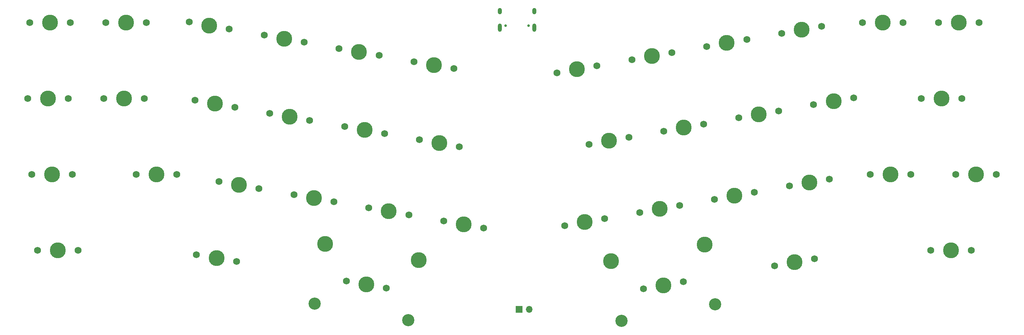
<source format=gbr>
%TF.GenerationSoftware,KiCad,Pcbnew,7.0.6*%
%TF.CreationDate,2024-02-24T13:08:40+01:00*%
%TF.ProjectId,Eliza,456c697a-612e-46b6-9963-61645f706362,rev?*%
%TF.SameCoordinates,Original*%
%TF.FileFunction,Soldermask,Top*%
%TF.FilePolarity,Negative*%
%FSLAX46Y46*%
G04 Gerber Fmt 4.6, Leading zero omitted, Abs format (unit mm)*
G04 Created by KiCad (PCBNEW 7.0.6) date 2024-02-24 13:08:40*
%MOMM*%
%LPD*%
G01*
G04 APERTURE LIST*
%ADD10C,3.987800*%
%ADD11C,1.750000*%
%ADD12C,3.048000*%
%ADD13R,1.700000X1.700000*%
%ADD14O,1.700000X1.700000*%
%ADD15C,0.650000*%
%ADD16O,1.000000X2.100000*%
%ADD17O,1.000000X1.600000*%
G04 APERTURE END LIST*
D10*
%TO.C,MX22*%
X232448653Y-90971880D03*
D11*
X227445830Y-91854013D03*
X237451476Y-90089747D03*
%TD*%
D10*
%TO.C,MX39*%
X189818106Y-137176549D03*
D12*
X202756406Y-141987933D03*
D11*
X184815283Y-138058682D03*
X194820929Y-136294416D03*
D12*
X179305671Y-146122930D03*
D10*
X200110008Y-126979462D03*
X176659273Y-131114460D03*
%TD*%
D11*
%TO.C,MX30*%
X165091769Y-122192593D03*
D10*
X170094592Y-121310460D03*
D11*
X175097415Y-120428327D03*
%TD*%
D10*
%TO.C,MX27*%
X102264250Y-115303523D03*
D11*
X107267073Y-116185656D03*
X97261427Y-114421390D03*
%TD*%
%TO.C,MX13*%
X30600431Y-90301443D03*
D10*
X35680431Y-90301443D03*
D11*
X40760431Y-90301443D03*
%TD*%
D10*
%TO.C,MX40*%
X222649136Y-131387554D03*
D11*
X217646313Y-132269687D03*
X227651959Y-130505421D03*
%TD*%
D10*
%TO.C,MX11*%
X244756485Y-71234792D03*
D11*
X239676485Y-71234792D03*
X249836485Y-71234792D03*
%TD*%
%TO.C,MX36*%
X43145733Y-128403843D03*
D10*
X38065733Y-128403843D03*
D11*
X32985733Y-128403843D03*
%TD*%
%TO.C,MX26*%
X78500839Y-111113392D03*
X88506485Y-112877658D03*
D10*
X83503662Y-111995525D03*
%TD*%
D11*
%TO.C,MX14*%
X59810434Y-90301442D03*
X49650434Y-90301442D03*
D10*
X54730434Y-90301442D03*
%TD*%
%TO.C,MX31*%
X188855183Y-118002461D03*
D11*
X193858006Y-117120328D03*
X183852360Y-118884594D03*
%TD*%
D10*
%TO.C,MX15*%
X77431366Y-91580942D03*
D11*
X72428543Y-90698809D03*
X82434189Y-92463075D03*
%TD*%
D10*
%TO.C,MX21*%
X213688063Y-94279877D03*
D11*
X218690886Y-93397744D03*
X208685240Y-95162010D03*
%TD*%
%TO.C,MX33*%
X231379180Y-110504334D03*
X221373534Y-112268600D03*
D10*
X226376357Y-111386467D03*
%TD*%
D11*
%TO.C,MX37*%
X72847771Y-129460481D03*
D10*
X77850594Y-130342614D03*
D11*
X82853417Y-131224747D03*
%TD*%
%TO.C,MX23*%
X264612932Y-90284793D03*
X254452932Y-90284793D03*
D10*
X259532932Y-90284793D03*
%TD*%
%TO.C,MX5*%
X113570394Y-78609347D03*
D11*
X108567571Y-77727214D03*
X118573217Y-79491480D03*
%TD*%
%TO.C,MX9*%
X200687098Y-77228421D03*
X210692744Y-75464155D03*
D10*
X205689921Y-76346288D03*
%TD*%
%TO.C,MX19*%
X176166891Y-100895874D03*
D11*
X181169714Y-100013741D03*
X171164068Y-101778007D03*
%TD*%
%TO.C,MX18*%
X138715953Y-102387065D03*
D10*
X133713130Y-101504932D03*
D11*
X128710307Y-100622799D03*
%TD*%
%TO.C,MX24*%
X41693884Y-109351443D03*
D10*
X36613884Y-109351443D03*
D11*
X31533884Y-109351443D03*
%TD*%
D10*
%TO.C,MX10*%
X224450507Y-73038290D03*
D11*
X219447684Y-73920423D03*
X229453330Y-72156157D03*
%TD*%
D10*
%TO.C,MX16*%
X96191956Y-94888936D03*
D11*
X101194779Y-95771069D03*
X91189133Y-94006803D03*
%TD*%
%TO.C,MX17*%
X119955365Y-99079066D03*
D10*
X114952542Y-98196933D03*
D11*
X109949719Y-97314800D03*
%TD*%
%TO.C,MX29*%
X144788250Y-122801652D03*
D10*
X139785427Y-121919519D03*
D11*
X134782604Y-121037386D03*
%TD*%
D10*
%TO.C,MX28*%
X121024838Y-118611521D03*
D11*
X126027661Y-119493654D03*
X116022015Y-117729388D03*
%TD*%
D10*
%TO.C,MX34*%
X246680534Y-109334791D03*
D11*
X241600534Y-109334791D03*
X251760534Y-109334791D03*
%TD*%
%TO.C,MX7*%
X173171568Y-82080151D03*
X163165922Y-83844417D03*
D10*
X168168745Y-82962284D03*
%TD*%
D11*
%TO.C,MX6*%
X137333803Y-82799478D03*
D10*
X132330980Y-81917345D03*
D11*
X127328157Y-81035212D03*
%TD*%
%TO.C,MX4*%
X89806982Y-74419216D03*
D10*
X94809805Y-75301349D03*
D11*
X99812628Y-76183482D03*
%TD*%
%TO.C,MX25*%
X57727633Y-109351442D03*
D10*
X62807633Y-109351442D03*
D11*
X67887633Y-109351442D03*
%TD*%
D10*
%TO.C,MX3*%
X76049218Y-71993353D03*
D11*
X81052041Y-72875486D03*
X71046395Y-71111220D03*
%TD*%
%TO.C,MX32*%
X202612946Y-115576598D03*
D10*
X207615769Y-114694465D03*
D11*
X212618592Y-113812332D03*
%TD*%
%TO.C,MX2*%
X50130631Y-71251443D03*
X60290631Y-71251443D03*
D10*
X55210631Y-71251443D03*
%TD*%
D11*
%TO.C,MX1*%
X31080631Y-71251442D03*
D10*
X36160631Y-71251442D03*
D11*
X41240631Y-71251442D03*
%TD*%
D12*
%TO.C,MX38*%
X125884203Y-145904989D03*
D10*
X128530601Y-130896519D03*
D11*
X110368945Y-136076475D03*
D12*
X102433468Y-141769992D03*
D10*
X105079866Y-126761521D03*
X115371768Y-136958608D03*
D11*
X120374591Y-137840741D03*
%TD*%
D10*
%TO.C,MX41*%
X261895134Y-128384792D03*
D11*
X266975134Y-128384792D03*
X256815134Y-128384792D03*
%TD*%
%TO.C,MX20*%
X189924655Y-98470009D03*
X199930301Y-96705743D03*
D10*
X194927478Y-97587876D03*
%TD*%
D11*
%TO.C,MX8*%
X191932155Y-78772151D03*
D10*
X186929332Y-79654284D03*
D11*
X181926509Y-80536417D03*
%TD*%
%TO.C,MX12*%
X268886484Y-71234791D03*
X258726484Y-71234791D03*
D10*
X263806484Y-71234791D03*
%TD*%
D11*
%TO.C,MX35*%
X273172733Y-109334792D03*
X263012733Y-109334792D03*
D10*
X268092733Y-109334792D03*
%TD*%
D13*
%TO.C,RESET*%
X153679004Y-143230695D03*
D14*
X156219004Y-143230695D03*
%TD*%
D15*
%TO.C,USB1*%
X156073131Y-71980591D03*
X150293131Y-71980591D03*
D16*
X148863131Y-72510591D03*
D17*
X157503131Y-68330591D03*
X148863131Y-68330591D03*
D16*
X157503131Y-72510591D03*
%TD*%
M02*

</source>
